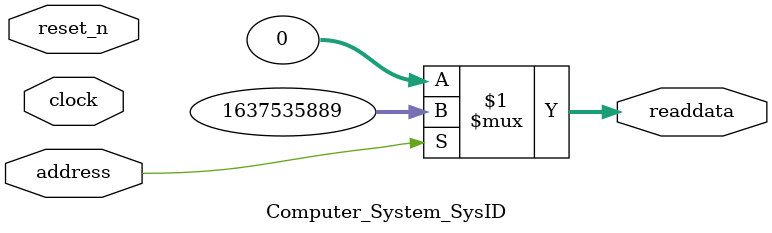
<source format=v>



// synthesis translate_off
`timescale 1ns / 1ps
// synthesis translate_on

// turn off superfluous verilog processor warnings 
// altera message_level Level1 
// altera message_off 10034 10035 10036 10037 10230 10240 10030 

module Computer_System_SysID (
               // inputs:
                address,
                clock,
                reset_n,

               // outputs:
                readdata
             )
;

  output  [ 31: 0] readdata;
  input            address;
  input            clock;
  input            reset_n;

  wire    [ 31: 0] readdata;
  //control_slave, which is an e_avalon_slave
  assign readdata = address ? 1637535889 : 0;

endmodule



</source>
